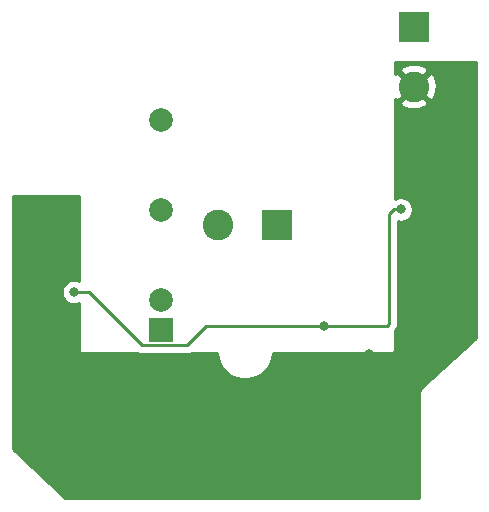
<source format=gbr>
G04 #@! TF.GenerationSoftware,KiCad,Pcbnew,5.1.4*
G04 #@! TF.CreationDate,2019-10-30T11:02:10-04:00*
G04 #@! TF.ProjectId,siot-node-relay,73696f74-2d6e-46f6-9465-2d72656c6179,rev?*
G04 #@! TF.SameCoordinates,Original*
G04 #@! TF.FileFunction,Copper,L2,Bot*
G04 #@! TF.FilePolarity,Positive*
%FSLAX46Y46*%
G04 Gerber Fmt 4.6, Leading zero omitted, Abs format (unit mm)*
G04 Created by KiCad (PCBNEW 5.1.4) date 2019-10-30 11:02:10*
%MOMM*%
%LPD*%
G04 APERTURE LIST*
%ADD10C,2.600000*%
%ADD11R,2.600000X2.600000*%
%ADD12C,2.000000*%
%ADD13R,2.000000X2.000000*%
%ADD14C,0.800000*%
%ADD15C,0.100000*%
%ADD16C,1.800000*%
%ADD17C,0.250000*%
%ADD18C,0.254000*%
G04 APERTURE END LIST*
D10*
X194750000Y-83100000D03*
D11*
X194750000Y-78100000D03*
D10*
X178150000Y-94800000D03*
D11*
X183150000Y-94800000D03*
D12*
X173350000Y-85920000D03*
X173350000Y-93540000D03*
X173350000Y-101160000D03*
D13*
X173350000Y-103700000D03*
D14*
X190250000Y-111900000D03*
X189150000Y-111900000D03*
X190250000Y-111000000D03*
X190250000Y-110100000D03*
X189150000Y-111000000D03*
D15*
G36*
X190424504Y-109751204D02*
G01*
X190448773Y-109754804D01*
X190472571Y-109760765D01*
X190495671Y-109769030D01*
X190517849Y-109779520D01*
X190538893Y-109792133D01*
X190558598Y-109806747D01*
X190576777Y-109823223D01*
X190593253Y-109841402D01*
X190607867Y-109861107D01*
X190620480Y-109882151D01*
X190630970Y-109904329D01*
X190639235Y-109927429D01*
X190645196Y-109951227D01*
X190648796Y-109975496D01*
X190650000Y-110000000D01*
X190650000Y-112000000D01*
X190648796Y-112024504D01*
X190645196Y-112048773D01*
X190639235Y-112072571D01*
X190630970Y-112095671D01*
X190620480Y-112117849D01*
X190607867Y-112138893D01*
X190593253Y-112158598D01*
X190576777Y-112176777D01*
X190558598Y-112193253D01*
X190538893Y-112207867D01*
X190517849Y-112220480D01*
X190495671Y-112230970D01*
X190472571Y-112239235D01*
X190448773Y-112245196D01*
X190424504Y-112248796D01*
X190400000Y-112250000D01*
X189100000Y-112250000D01*
X189075496Y-112248796D01*
X189051227Y-112245196D01*
X189027429Y-112239235D01*
X189004329Y-112230970D01*
X188982151Y-112220480D01*
X188961107Y-112207867D01*
X188941402Y-112193253D01*
X188923223Y-112176777D01*
X188906747Y-112158598D01*
X188892133Y-112138893D01*
X188879520Y-112117849D01*
X188869030Y-112095671D01*
X188860765Y-112072571D01*
X188854804Y-112048773D01*
X188851204Y-112024504D01*
X188850000Y-112000000D01*
X188850000Y-110000000D01*
X188851204Y-109975496D01*
X188854804Y-109951227D01*
X188860765Y-109927429D01*
X188869030Y-109904329D01*
X188879520Y-109882151D01*
X188892133Y-109861107D01*
X188906747Y-109841402D01*
X188923223Y-109823223D01*
X188941402Y-109806747D01*
X188961107Y-109792133D01*
X188982151Y-109779520D01*
X189004329Y-109769030D01*
X189027429Y-109760765D01*
X189051227Y-109754804D01*
X189075496Y-109751204D01*
X189100000Y-109750000D01*
X190400000Y-109750000D01*
X190424504Y-109751204D01*
X190424504Y-109751204D01*
G37*
D16*
X189750000Y-111000000D03*
D14*
X189150000Y-110100000D03*
X165750000Y-96750000D03*
X163250000Y-96750000D03*
X164500000Y-95500000D03*
X165500000Y-94250000D03*
X163250000Y-94250000D03*
X195150000Y-88500000D03*
X196250000Y-89700000D03*
X194000000Y-87500000D03*
X196250000Y-87500000D03*
X194050000Y-89800000D03*
X191000000Y-105750000D03*
X188905000Y-112905000D03*
X174500000Y-111250000D03*
X187250000Y-106000000D03*
X182500000Y-110500000D03*
X187150000Y-103400000D03*
X193650000Y-93500000D03*
X166000000Y-100500000D03*
D17*
X193050000Y-93500000D02*
X193650000Y-93500000D01*
X192650000Y-93900000D02*
X193050000Y-93500000D01*
X181436001Y-103394999D02*
X181441002Y-103400000D01*
X181441002Y-103400000D02*
X192450000Y-103400000D01*
X192450000Y-103400000D02*
X192650000Y-103200000D01*
X192650000Y-103200000D02*
X192650000Y-93900000D01*
X177144999Y-103394999D02*
X175514997Y-105025001D01*
X175514997Y-105025001D02*
X171775001Y-105025001D01*
X177144999Y-103394999D02*
X181436001Y-103394999D01*
X167250000Y-100500000D02*
X166000000Y-100500000D01*
X171775001Y-105025001D02*
X167250000Y-100500000D01*
X177250000Y-103394999D02*
X177144999Y-103394999D01*
D18*
G36*
X191373000Y-112873000D02*
G01*
X188227000Y-112873000D01*
X188227000Y-109127000D01*
X191373000Y-109127000D01*
X191373000Y-112873000D01*
X191373000Y-112873000D01*
G37*
X191373000Y-112873000D02*
X188227000Y-112873000D01*
X188227000Y-109127000D01*
X191373000Y-109127000D01*
X191373000Y-112873000D01*
G36*
X200015001Y-81032610D02*
G01*
X200015000Y-104376672D01*
X195468167Y-108544603D01*
X195427763Y-108577762D01*
X195391971Y-108621375D01*
X195354316Y-108663394D01*
X195346121Y-108677243D01*
X195335914Y-108689680D01*
X195309322Y-108739429D01*
X195280584Y-108787995D01*
X195275247Y-108803180D01*
X195267664Y-108817367D01*
X195251289Y-108871349D01*
X195232578Y-108924587D01*
X195230307Y-108940518D01*
X195225636Y-108955915D01*
X195220106Y-109012062D01*
X195212142Y-109067920D01*
X195215001Y-109120118D01*
X195215000Y-117965000D01*
X165243121Y-117965000D01*
X160835000Y-113784103D01*
X160835000Y-110186377D01*
X188113587Y-110186377D01*
X188150353Y-110386912D01*
X188214472Y-110548536D01*
X188214495Y-110555680D01*
X188159423Y-110683184D01*
X188116649Y-110882523D01*
X188113587Y-111086377D01*
X188150353Y-111286912D01*
X188214481Y-111448560D01*
X188214458Y-111455765D01*
X188159423Y-111583184D01*
X188116649Y-111782523D01*
X188113587Y-111986377D01*
X188150353Y-112186912D01*
X188223997Y-112372547D01*
X188224188Y-112374482D01*
X188260498Y-112494180D01*
X188319463Y-112604494D01*
X188398815Y-112701185D01*
X188495506Y-112780537D01*
X188605820Y-112839502D01*
X188725518Y-112875812D01*
X188820704Y-112885187D01*
X188833184Y-112890577D01*
X189032523Y-112933351D01*
X189236377Y-112936413D01*
X189436912Y-112899647D01*
X189626420Y-112824466D01*
X189653981Y-112809736D01*
X189670968Y-112658640D01*
X189700000Y-112629608D01*
X189729032Y-112658640D01*
X189746019Y-112809736D01*
X189933184Y-112890577D01*
X190132523Y-112933351D01*
X190336377Y-112936413D01*
X190536912Y-112899647D01*
X190567134Y-112887658D01*
X190650000Y-112888072D01*
X190774482Y-112875812D01*
X190894180Y-112839502D01*
X191004494Y-112780537D01*
X191101185Y-112701185D01*
X191180537Y-112604494D01*
X191239502Y-112494180D01*
X191275812Y-112374482D01*
X191288072Y-112250000D01*
X191285000Y-111285750D01*
X191253914Y-111254664D01*
X191281307Y-111127002D01*
X191285000Y-111127002D01*
X191285000Y-111007694D01*
X191286413Y-110913623D01*
X191285000Y-110905916D01*
X191285000Y-110872998D01*
X191278965Y-110872998D01*
X191255304Y-110743946D01*
X191285000Y-110714250D01*
X191288072Y-109750000D01*
X191275812Y-109625518D01*
X191239502Y-109505820D01*
X191180537Y-109395506D01*
X191101185Y-109298815D01*
X191004494Y-109219463D01*
X190894180Y-109160498D01*
X190774482Y-109124188D01*
X190650000Y-109111928D01*
X190573501Y-109112311D01*
X190566816Y-109109423D01*
X190367477Y-109066649D01*
X190163623Y-109063587D01*
X189963088Y-109100353D01*
X189773580Y-109175534D01*
X189746019Y-109190264D01*
X189729032Y-109341360D01*
X189700000Y-109370392D01*
X189670968Y-109341360D01*
X189653981Y-109190264D01*
X189466816Y-109109423D01*
X189267477Y-109066649D01*
X189063623Y-109063587D01*
X188863088Y-109100353D01*
X188828598Y-109114036D01*
X188725518Y-109124188D01*
X188605820Y-109160498D01*
X188495506Y-109219463D01*
X188398815Y-109298815D01*
X188319463Y-109395506D01*
X188260498Y-109505820D01*
X188224188Y-109625518D01*
X188223203Y-109635519D01*
X188159423Y-109783184D01*
X188116649Y-109982523D01*
X188113587Y-110186377D01*
X160835000Y-110186377D01*
X160835000Y-92377000D01*
X166373000Y-92377000D01*
X166373000Y-99534226D01*
X166301898Y-99504774D01*
X166101939Y-99465000D01*
X165898061Y-99465000D01*
X165698102Y-99504774D01*
X165509744Y-99582795D01*
X165340226Y-99696063D01*
X165196063Y-99840226D01*
X165082795Y-100009744D01*
X165004774Y-100198102D01*
X164965000Y-100398061D01*
X164965000Y-100601939D01*
X165004774Y-100801898D01*
X165082795Y-100990256D01*
X165196063Y-101159774D01*
X165340226Y-101303937D01*
X165509744Y-101417205D01*
X165698102Y-101495226D01*
X165898061Y-101535000D01*
X166101939Y-101535000D01*
X166301898Y-101495226D01*
X166373000Y-101465774D01*
X166373000Y-105500000D01*
X166375440Y-105524776D01*
X166382667Y-105548601D01*
X166394403Y-105570557D01*
X166410197Y-105589803D01*
X166429443Y-105605597D01*
X166451399Y-105617333D01*
X166475224Y-105624560D01*
X166500000Y-105627000D01*
X171310545Y-105627000D01*
X171350725Y-105659975D01*
X171482754Y-105730547D01*
X171626015Y-105774004D01*
X171737668Y-105785001D01*
X171737676Y-105785001D01*
X171775001Y-105788677D01*
X171812326Y-105785001D01*
X175477675Y-105785001D01*
X175514997Y-105788677D01*
X175552319Y-105785001D01*
X175552330Y-105785001D01*
X175663983Y-105774004D01*
X175807244Y-105730547D01*
X175939273Y-105659975D01*
X175979453Y-105627000D01*
X178055000Y-105627000D01*
X178055000Y-105704902D01*
X178146654Y-106165679D01*
X178326440Y-106599721D01*
X178587450Y-106990349D01*
X178919651Y-107322550D01*
X179310279Y-107583560D01*
X179744321Y-107763346D01*
X180205098Y-107855000D01*
X180674902Y-107855000D01*
X181135679Y-107763346D01*
X181569721Y-107583560D01*
X181960349Y-107322550D01*
X182292550Y-106990349D01*
X182553560Y-106599721D01*
X182733346Y-106165679D01*
X182825000Y-105704902D01*
X182825000Y-105627000D01*
X193000000Y-105627000D01*
X193024776Y-105624560D01*
X193048601Y-105617333D01*
X193070557Y-105605597D01*
X193089803Y-105589803D01*
X193105597Y-105570557D01*
X193117333Y-105548601D01*
X193124560Y-105524776D01*
X193127000Y-105500000D01*
X193127000Y-103797801D01*
X193160998Y-103763803D01*
X193190001Y-103740001D01*
X193284974Y-103624276D01*
X193355546Y-103492247D01*
X193399003Y-103348986D01*
X193410000Y-103237333D01*
X193410000Y-103237325D01*
X193413676Y-103200000D01*
X193410000Y-103162675D01*
X193410000Y-94507538D01*
X193548061Y-94535000D01*
X193751939Y-94535000D01*
X193951898Y-94495226D01*
X194140256Y-94417205D01*
X194309774Y-94303937D01*
X194453937Y-94159774D01*
X194567205Y-93990256D01*
X194645226Y-93801898D01*
X194685000Y-93601939D01*
X194685000Y-93398061D01*
X194645226Y-93198102D01*
X194567205Y-93009744D01*
X194453937Y-92840226D01*
X194309774Y-92696063D01*
X194140256Y-92582795D01*
X193951898Y-92504774D01*
X193751939Y-92465000D01*
X193548061Y-92465000D01*
X193348102Y-92504774D01*
X193159744Y-92582795D01*
X193127000Y-92604674D01*
X193127000Y-84449224D01*
X193580381Y-84449224D01*
X193712317Y-84744312D01*
X194053045Y-84915159D01*
X194420557Y-85016250D01*
X194800729Y-85043701D01*
X195178951Y-84996457D01*
X195540690Y-84876333D01*
X195787683Y-84744312D01*
X195919619Y-84449224D01*
X194750000Y-83279605D01*
X193580381Y-84449224D01*
X193127000Y-84449224D01*
X193127000Y-84147212D01*
X193400776Y-84269619D01*
X194570395Y-83100000D01*
X194929605Y-83100000D01*
X196099224Y-84269619D01*
X196394312Y-84137683D01*
X196565159Y-83796955D01*
X196666250Y-83429443D01*
X196693701Y-83049271D01*
X196646457Y-82671049D01*
X196526333Y-82309310D01*
X196394312Y-82062317D01*
X196099224Y-81930381D01*
X194929605Y-83100000D01*
X194570395Y-83100000D01*
X193400776Y-81930381D01*
X193127000Y-82052788D01*
X193127000Y-81750776D01*
X193580381Y-81750776D01*
X194750000Y-82920395D01*
X195919619Y-81750776D01*
X195787683Y-81455688D01*
X195446955Y-81284841D01*
X195079443Y-81183750D01*
X194699271Y-81156299D01*
X194321049Y-81203543D01*
X193959310Y-81323667D01*
X193712317Y-81455688D01*
X193580381Y-81750776D01*
X193127000Y-81750776D01*
X193127000Y-81020965D01*
X200015001Y-81032610D01*
X200015001Y-81032610D01*
G37*
X200015001Y-81032610D02*
X200015000Y-104376672D01*
X195468167Y-108544603D01*
X195427763Y-108577762D01*
X195391971Y-108621375D01*
X195354316Y-108663394D01*
X195346121Y-108677243D01*
X195335914Y-108689680D01*
X195309322Y-108739429D01*
X195280584Y-108787995D01*
X195275247Y-108803180D01*
X195267664Y-108817367D01*
X195251289Y-108871349D01*
X195232578Y-108924587D01*
X195230307Y-108940518D01*
X195225636Y-108955915D01*
X195220106Y-109012062D01*
X195212142Y-109067920D01*
X195215001Y-109120118D01*
X195215000Y-117965000D01*
X165243121Y-117965000D01*
X160835000Y-113784103D01*
X160835000Y-110186377D01*
X188113587Y-110186377D01*
X188150353Y-110386912D01*
X188214472Y-110548536D01*
X188214495Y-110555680D01*
X188159423Y-110683184D01*
X188116649Y-110882523D01*
X188113587Y-111086377D01*
X188150353Y-111286912D01*
X188214481Y-111448560D01*
X188214458Y-111455765D01*
X188159423Y-111583184D01*
X188116649Y-111782523D01*
X188113587Y-111986377D01*
X188150353Y-112186912D01*
X188223997Y-112372547D01*
X188224188Y-112374482D01*
X188260498Y-112494180D01*
X188319463Y-112604494D01*
X188398815Y-112701185D01*
X188495506Y-112780537D01*
X188605820Y-112839502D01*
X188725518Y-112875812D01*
X188820704Y-112885187D01*
X188833184Y-112890577D01*
X189032523Y-112933351D01*
X189236377Y-112936413D01*
X189436912Y-112899647D01*
X189626420Y-112824466D01*
X189653981Y-112809736D01*
X189670968Y-112658640D01*
X189700000Y-112629608D01*
X189729032Y-112658640D01*
X189746019Y-112809736D01*
X189933184Y-112890577D01*
X190132523Y-112933351D01*
X190336377Y-112936413D01*
X190536912Y-112899647D01*
X190567134Y-112887658D01*
X190650000Y-112888072D01*
X190774482Y-112875812D01*
X190894180Y-112839502D01*
X191004494Y-112780537D01*
X191101185Y-112701185D01*
X191180537Y-112604494D01*
X191239502Y-112494180D01*
X191275812Y-112374482D01*
X191288072Y-112250000D01*
X191285000Y-111285750D01*
X191253914Y-111254664D01*
X191281307Y-111127002D01*
X191285000Y-111127002D01*
X191285000Y-111007694D01*
X191286413Y-110913623D01*
X191285000Y-110905916D01*
X191285000Y-110872998D01*
X191278965Y-110872998D01*
X191255304Y-110743946D01*
X191285000Y-110714250D01*
X191288072Y-109750000D01*
X191275812Y-109625518D01*
X191239502Y-109505820D01*
X191180537Y-109395506D01*
X191101185Y-109298815D01*
X191004494Y-109219463D01*
X190894180Y-109160498D01*
X190774482Y-109124188D01*
X190650000Y-109111928D01*
X190573501Y-109112311D01*
X190566816Y-109109423D01*
X190367477Y-109066649D01*
X190163623Y-109063587D01*
X189963088Y-109100353D01*
X189773580Y-109175534D01*
X189746019Y-109190264D01*
X189729032Y-109341360D01*
X189700000Y-109370392D01*
X189670968Y-109341360D01*
X189653981Y-109190264D01*
X189466816Y-109109423D01*
X189267477Y-109066649D01*
X189063623Y-109063587D01*
X188863088Y-109100353D01*
X188828598Y-109114036D01*
X188725518Y-109124188D01*
X188605820Y-109160498D01*
X188495506Y-109219463D01*
X188398815Y-109298815D01*
X188319463Y-109395506D01*
X188260498Y-109505820D01*
X188224188Y-109625518D01*
X188223203Y-109635519D01*
X188159423Y-109783184D01*
X188116649Y-109982523D01*
X188113587Y-110186377D01*
X160835000Y-110186377D01*
X160835000Y-92377000D01*
X166373000Y-92377000D01*
X166373000Y-99534226D01*
X166301898Y-99504774D01*
X166101939Y-99465000D01*
X165898061Y-99465000D01*
X165698102Y-99504774D01*
X165509744Y-99582795D01*
X165340226Y-99696063D01*
X165196063Y-99840226D01*
X165082795Y-100009744D01*
X165004774Y-100198102D01*
X164965000Y-100398061D01*
X164965000Y-100601939D01*
X165004774Y-100801898D01*
X165082795Y-100990256D01*
X165196063Y-101159774D01*
X165340226Y-101303937D01*
X165509744Y-101417205D01*
X165698102Y-101495226D01*
X165898061Y-101535000D01*
X166101939Y-101535000D01*
X166301898Y-101495226D01*
X166373000Y-101465774D01*
X166373000Y-105500000D01*
X166375440Y-105524776D01*
X166382667Y-105548601D01*
X166394403Y-105570557D01*
X166410197Y-105589803D01*
X166429443Y-105605597D01*
X166451399Y-105617333D01*
X166475224Y-105624560D01*
X166500000Y-105627000D01*
X171310545Y-105627000D01*
X171350725Y-105659975D01*
X171482754Y-105730547D01*
X171626015Y-105774004D01*
X171737668Y-105785001D01*
X171737676Y-105785001D01*
X171775001Y-105788677D01*
X171812326Y-105785001D01*
X175477675Y-105785001D01*
X175514997Y-105788677D01*
X175552319Y-105785001D01*
X175552330Y-105785001D01*
X175663983Y-105774004D01*
X175807244Y-105730547D01*
X175939273Y-105659975D01*
X175979453Y-105627000D01*
X178055000Y-105627000D01*
X178055000Y-105704902D01*
X178146654Y-106165679D01*
X178326440Y-106599721D01*
X178587450Y-106990349D01*
X178919651Y-107322550D01*
X179310279Y-107583560D01*
X179744321Y-107763346D01*
X180205098Y-107855000D01*
X180674902Y-107855000D01*
X181135679Y-107763346D01*
X181569721Y-107583560D01*
X181960349Y-107322550D01*
X182292550Y-106990349D01*
X182553560Y-106599721D01*
X182733346Y-106165679D01*
X182825000Y-105704902D01*
X182825000Y-105627000D01*
X193000000Y-105627000D01*
X193024776Y-105624560D01*
X193048601Y-105617333D01*
X193070557Y-105605597D01*
X193089803Y-105589803D01*
X193105597Y-105570557D01*
X193117333Y-105548601D01*
X193124560Y-105524776D01*
X193127000Y-105500000D01*
X193127000Y-103797801D01*
X193160998Y-103763803D01*
X193190001Y-103740001D01*
X193284974Y-103624276D01*
X193355546Y-103492247D01*
X193399003Y-103348986D01*
X193410000Y-103237333D01*
X193410000Y-103237325D01*
X193413676Y-103200000D01*
X193410000Y-103162675D01*
X193410000Y-94507538D01*
X193548061Y-94535000D01*
X193751939Y-94535000D01*
X193951898Y-94495226D01*
X194140256Y-94417205D01*
X194309774Y-94303937D01*
X194453937Y-94159774D01*
X194567205Y-93990256D01*
X194645226Y-93801898D01*
X194685000Y-93601939D01*
X194685000Y-93398061D01*
X194645226Y-93198102D01*
X194567205Y-93009744D01*
X194453937Y-92840226D01*
X194309774Y-92696063D01*
X194140256Y-92582795D01*
X193951898Y-92504774D01*
X193751939Y-92465000D01*
X193548061Y-92465000D01*
X193348102Y-92504774D01*
X193159744Y-92582795D01*
X193127000Y-92604674D01*
X193127000Y-84449224D01*
X193580381Y-84449224D01*
X193712317Y-84744312D01*
X194053045Y-84915159D01*
X194420557Y-85016250D01*
X194800729Y-85043701D01*
X195178951Y-84996457D01*
X195540690Y-84876333D01*
X195787683Y-84744312D01*
X195919619Y-84449224D01*
X194750000Y-83279605D01*
X193580381Y-84449224D01*
X193127000Y-84449224D01*
X193127000Y-84147212D01*
X193400776Y-84269619D01*
X194570395Y-83100000D01*
X194929605Y-83100000D01*
X196099224Y-84269619D01*
X196394312Y-84137683D01*
X196565159Y-83796955D01*
X196666250Y-83429443D01*
X196693701Y-83049271D01*
X196646457Y-82671049D01*
X196526333Y-82309310D01*
X196394312Y-82062317D01*
X196099224Y-81930381D01*
X194929605Y-83100000D01*
X194570395Y-83100000D01*
X193400776Y-81930381D01*
X193127000Y-82052788D01*
X193127000Y-81750776D01*
X193580381Y-81750776D01*
X194750000Y-82920395D01*
X195919619Y-81750776D01*
X195787683Y-81455688D01*
X195446955Y-81284841D01*
X195079443Y-81183750D01*
X194699271Y-81156299D01*
X194321049Y-81203543D01*
X193959310Y-81323667D01*
X193712317Y-81455688D01*
X193580381Y-81750776D01*
X193127000Y-81750776D01*
X193127000Y-81020965D01*
X200015001Y-81032610D01*
M02*

</source>
